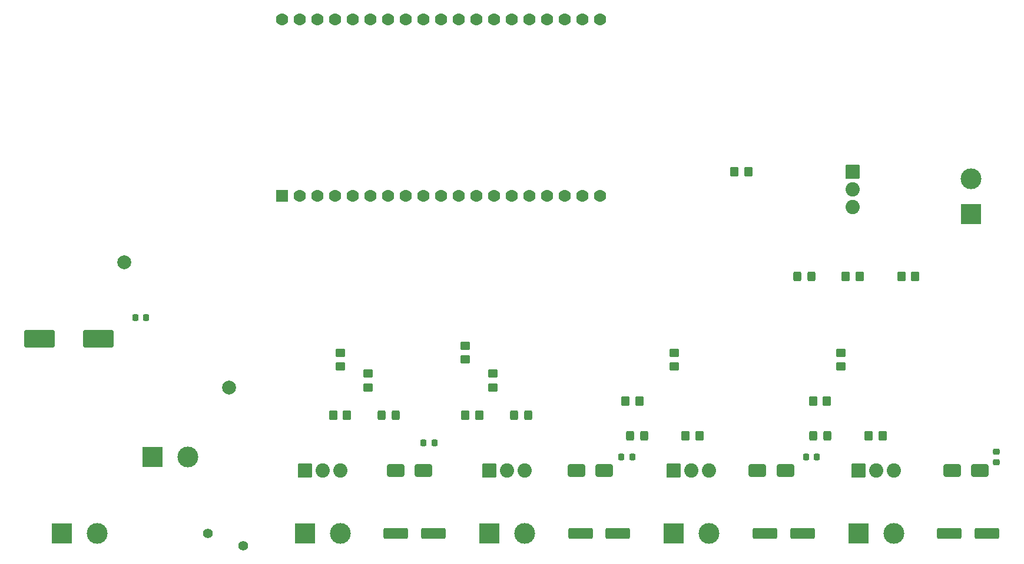
<source format=gbr>
%TF.GenerationSoftware,KiCad,Pcbnew,9.0.0*%
%TF.CreationDate,2025-07-08T15:13:07+02:00*%
%TF.ProjectId,Genric ESP32 5 MOSFEST ,47656e72-6963-4204-9553-503332203520,rev?*%
%TF.SameCoordinates,Original*%
%TF.FileFunction,Soldermask,Top*%
%TF.FilePolarity,Negative*%
%FSLAX46Y46*%
G04 Gerber Fmt 4.6, Leading zero omitted, Abs format (unit mm)*
G04 Created by KiCad (PCBNEW 9.0.0) date 2025-07-08 15:13:07*
%MOMM*%
%LPD*%
G01*
G04 APERTURE LIST*
G04 Aperture macros list*
%AMRoundRect*
0 Rectangle with rounded corners*
0 $1 Rounding radius*
0 $2 $3 $4 $5 $6 $7 $8 $9 X,Y pos of 4 corners*
0 Add a 4 corners polygon primitive as box body*
4,1,4,$2,$3,$4,$5,$6,$7,$8,$9,$2,$3,0*
0 Add four circle primitives for the rounded corners*
1,1,$1+$1,$2,$3*
1,1,$1+$1,$4,$5*
1,1,$1+$1,$6,$7*
1,1,$1+$1,$8,$9*
0 Add four rect primitives between the rounded corners*
20,1,$1+$1,$2,$3,$4,$5,0*
20,1,$1+$1,$4,$5,$6,$7,0*
20,1,$1+$1,$6,$7,$8,$9,0*
20,1,$1+$1,$8,$9,$2,$3,0*%
G04 Aperture macros list end*
%ADD10C,1.764000*%
%ADD11RoundRect,0.102000X0.780000X-0.780000X0.780000X0.780000X-0.780000X0.780000X-0.780000X-0.780000X0*%
%ADD12RoundRect,0.250000X-1.000000X-0.650000X1.000000X-0.650000X1.000000X0.650000X-1.000000X0.650000X0*%
%ADD13RoundRect,0.250000X-0.325000X-0.450000X0.325000X-0.450000X0.325000X0.450000X-0.325000X0.450000X0*%
%ADD14RoundRect,0.225000X-0.250000X0.225000X-0.250000X-0.225000X0.250000X-0.225000X0.250000X0.225000X0*%
%ADD15RoundRect,0.225000X-0.225000X-0.250000X0.225000X-0.250000X0.225000X0.250000X-0.225000X0.250000X0*%
%ADD16RoundRect,0.250000X-0.450000X0.350000X-0.450000X-0.350000X0.450000X-0.350000X0.450000X0.350000X0*%
%ADD17RoundRect,0.250000X0.350000X0.450000X-0.350000X0.450000X-0.350000X-0.450000X0.350000X-0.450000X0*%
%ADD18RoundRect,0.250000X0.450000X-0.350000X0.450000X0.350000X-0.450000X0.350000X-0.450000X-0.350000X0*%
%ADD19RoundRect,0.250000X-0.350000X-0.450000X0.350000X-0.450000X0.350000X0.450000X-0.350000X0.450000X0*%
%ADD20C,2.000000*%
%ADD21RoundRect,0.102000X-0.922500X0.922500X-0.922500X-0.922500X0.922500X-0.922500X0.922500X0.922500X0*%
%ADD22C,2.049000*%
%ADD23RoundRect,0.102000X-0.922500X-0.922500X0.922500X-0.922500X0.922500X0.922500X-0.922500X0.922500X0*%
%ADD24R,3.000000X3.000000*%
%ADD25C,3.000000*%
%ADD26C,1.400000*%
%ADD27RoundRect,0.250000X0.325000X0.450000X-0.325000X0.450000X-0.325000X-0.450000X0.325000X-0.450000X0*%
%ADD28RoundRect,0.250000X-1.500000X-0.550000X1.500000X-0.550000X1.500000X0.550000X-1.500000X0.550000X0*%
%ADD29RoundRect,0.250000X-1.950000X-1.000000X1.950000X-1.000000X1.950000X1.000000X-1.950000X1.000000X0*%
G04 APERTURE END LIST*
D10*
%TO.C,U2*%
X96400000Y-111000000D03*
X93860000Y-111000000D03*
X91320000Y-111000000D03*
X88780000Y-111000000D03*
X86240000Y-111000000D03*
X83700000Y-111000000D03*
X81160000Y-111000000D03*
X78620000Y-111000000D03*
X76080000Y-111000000D03*
X73540000Y-111000000D03*
X71000000Y-111000000D03*
X68460000Y-111000000D03*
X65920000Y-111000000D03*
X63380000Y-111000000D03*
X60840000Y-111000000D03*
X58300000Y-111000000D03*
X55760000Y-111000000D03*
X53220000Y-111000000D03*
X50680000Y-111000000D03*
X93860000Y-136400000D03*
X91320000Y-136400000D03*
X88780000Y-136400000D03*
X86240000Y-136400000D03*
X83700000Y-136400000D03*
X81160000Y-136400000D03*
X78620000Y-136400000D03*
X76080000Y-136400000D03*
X73540000Y-136400000D03*
X71000000Y-136400000D03*
X68460000Y-136400000D03*
X65920000Y-136400000D03*
X63380000Y-136400000D03*
X60840000Y-136400000D03*
X58300000Y-136400000D03*
X55760000Y-136400000D03*
X96400000Y-136400000D03*
X53220000Y-136400000D03*
D11*
X50680000Y-136400000D03*
%TD*%
D12*
%TO.C,D9*%
X97000000Y-176000000D03*
X93000000Y-176000000D03*
%TD*%
D13*
%TO.C,D1*%
X64975000Y-168000000D03*
X67025000Y-168000000D03*
%TD*%
D14*
%TO.C,C10*%
X153345000Y-173225000D03*
X153345000Y-174775000D03*
%TD*%
D15*
%TO.C,C8*%
X126006667Y-174000000D03*
X127556667Y-174000000D03*
%TD*%
%TO.C,C6*%
X99443333Y-174000000D03*
X100993333Y-174000000D03*
%TD*%
%TO.C,C4*%
X71000000Y-172000000D03*
X72550000Y-172000000D03*
%TD*%
%TO.C,C2*%
X29570000Y-154000000D03*
X31120000Y-154000000D03*
%TD*%
D16*
%TO.C,R5*%
X63000000Y-162000000D03*
X63000000Y-164000000D03*
%TD*%
D17*
%TO.C,R9*%
X102000000Y-166000000D03*
X100000000Y-166000000D03*
%TD*%
D18*
%TO.C,R10*%
X59000000Y-159000000D03*
X59000000Y-161000000D03*
%TD*%
D19*
%TO.C,R7*%
X79000000Y-168000000D03*
X77000000Y-168000000D03*
%TD*%
D13*
%TO.C,D4*%
X86025000Y-168000000D03*
X83975000Y-168000000D03*
%TD*%
D18*
%TO.C,R11*%
X131000000Y-159000000D03*
X131000000Y-161000000D03*
%TD*%
%TO.C,R6*%
X81000000Y-164000000D03*
X81000000Y-162000000D03*
%TD*%
D13*
%TO.C,D5*%
X102716667Y-171000000D03*
X100666667Y-171000000D03*
%TD*%
D18*
%TO.C,R12*%
X77000000Y-158000000D03*
X77000000Y-160000000D03*
%TD*%
D17*
%TO.C,R8*%
X108666667Y-171000000D03*
X110666667Y-171000000D03*
%TD*%
%TO.C,R15*%
X127000000Y-166000000D03*
X129000000Y-166000000D03*
%TD*%
D13*
%TO.C,D6*%
X127000000Y-171000000D03*
X129050000Y-171000000D03*
%TD*%
D18*
%TO.C,R13*%
X107000000Y-159000000D03*
X107000000Y-161000000D03*
%TD*%
D19*
%TO.C,R4*%
X58000000Y-168000000D03*
X60000000Y-168000000D03*
%TD*%
D20*
%TO.C,TP2*%
X28000000Y-146000000D03*
%TD*%
%TO.C,TP1*%
X43000000Y-164000000D03*
%TD*%
D19*
%TO.C,R18*%
X131700000Y-148000000D03*
X133700000Y-148000000D03*
%TD*%
%TO.C,R17*%
X139700000Y-148000000D03*
X141700000Y-148000000D03*
%TD*%
D17*
%TO.C,R16*%
X117700000Y-133000000D03*
X115700000Y-133000000D03*
%TD*%
%TO.C,R14*%
X137000000Y-171000000D03*
X135000000Y-171000000D03*
%TD*%
D21*
%TO.C,Q6*%
X132700000Y-133000000D03*
D22*
X132700000Y-135540000D03*
X132700000Y-138080000D03*
%TD*%
D23*
%TO.C,Q5*%
X133510000Y-176000000D03*
D22*
X136050000Y-176000000D03*
X138590000Y-176000000D03*
%TD*%
D23*
%TO.C,Q4*%
X106980000Y-176000000D03*
D22*
X109520000Y-176000000D03*
X112060000Y-176000000D03*
%TD*%
D23*
%TO.C,Q3*%
X80450000Y-176000000D03*
D22*
X82990000Y-176000000D03*
X85530000Y-176000000D03*
%TD*%
D23*
%TO.C,Q1*%
X53920000Y-176000000D03*
D22*
X56460000Y-176000000D03*
X59000000Y-176000000D03*
%TD*%
D24*
%TO.C,J10*%
X149700000Y-139080000D03*
D25*
X149700000Y-134000000D03*
%TD*%
D24*
%TO.C,J9*%
X32000000Y-174000000D03*
D25*
X37080000Y-174000000D03*
%TD*%
D24*
%TO.C,J8*%
X133497143Y-185000000D03*
D25*
X138577143Y-185000000D03*
%TD*%
D24*
%TO.C,J7*%
X106971429Y-185000000D03*
D25*
X112051429Y-185000000D03*
%TD*%
D24*
%TO.C,J6*%
X80445714Y-185000000D03*
D25*
X85525714Y-185000000D03*
%TD*%
D24*
%TO.C,J5*%
X19000000Y-185000000D03*
D25*
X24080000Y-185000000D03*
%TD*%
D24*
%TO.C,J4*%
X53920000Y-185000000D03*
D25*
X59000000Y-185000000D03*
%TD*%
D26*
%TO.C,F1*%
X40000000Y-185000000D03*
X45100000Y-186800000D03*
%TD*%
D12*
%TO.C,D10*%
X67000000Y-176000000D03*
X71000000Y-176000000D03*
%TD*%
%TO.C,D8*%
X119000000Y-176000000D03*
X123000000Y-176000000D03*
%TD*%
D27*
%TO.C,D7*%
X126750000Y-148000000D03*
X124700000Y-148000000D03*
%TD*%
D12*
%TO.C,D3*%
X147000000Y-176000000D03*
X151000000Y-176000000D03*
%TD*%
D28*
%TO.C,C9*%
X146600000Y-185000000D03*
X152000000Y-185000000D03*
%TD*%
%TO.C,C7*%
X120074286Y-185000000D03*
X125474286Y-185000000D03*
%TD*%
%TO.C,C5*%
X93548571Y-185000000D03*
X98948571Y-185000000D03*
%TD*%
%TO.C,C3*%
X67022857Y-185000000D03*
X72422857Y-185000000D03*
%TD*%
D29*
%TO.C,C1*%
X15800000Y-157000000D03*
X24200000Y-157000000D03*
%TD*%
M02*

</source>
